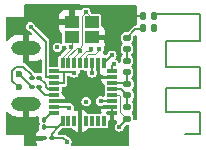
<source format=gtl>
G04 #@! TF.GenerationSoftware,KiCad,Pcbnew,8.0.9-8.0.9-0~ubuntu22.04.1*
G04 #@! TF.CreationDate,2025-06-17T17:41:38-06:00*
G04 #@! TF.ProjectId,dongle,646f6e67-6c65-42e6-9b69-6361645f7063,rev?*
G04 #@! TF.SameCoordinates,Original*
G04 #@! TF.FileFunction,Copper,L1,Top*
G04 #@! TF.FilePolarity,Positive*
%FSLAX46Y46*%
G04 Gerber Fmt 4.6, Leading zero omitted, Abs format (unit mm)*
G04 Created by KiCad (PCBNEW 8.0.9-8.0.9-0~ubuntu22.04.1) date 2025-06-17 17:41:38*
%MOMM*%
%LPD*%
G01*
G04 APERTURE LIST*
G04 Aperture macros list*
%AMRoundRect*
0 Rectangle with rounded corners*
0 $1 Rounding radius*
0 $2 $3 $4 $5 $6 $7 $8 $9 X,Y pos of 4 corners*
0 Add a 4 corners polygon primitive as box body*
4,1,4,$2,$3,$4,$5,$6,$7,$8,$9,$2,$3,0*
0 Add four circle primitives for the rounded corners*
1,1,$1+$1,$2,$3*
1,1,$1+$1,$4,$5*
1,1,$1+$1,$6,$7*
1,1,$1+$1,$8,$9*
0 Add four rect primitives between the rounded corners*
20,1,$1+$1,$2,$3,$4,$5,0*
20,1,$1+$1,$4,$5,$6,$7,0*
20,1,$1+$1,$6,$7,$8,$9,0*
20,1,$1+$1,$8,$9,$2,$3,0*%
G04 Aperture macros list end*
G04 #@! TA.AperFunction,EtchedComponent*
%ADD10C,0.200000*%
G04 #@! TD*
G04 #@! TA.AperFunction,SMDPad,CuDef*
%ADD11RoundRect,0.147500X-0.147500X-0.172500X0.147500X-0.172500X0.147500X0.172500X-0.147500X0.172500X0*%
G04 #@! TD*
G04 #@! TA.AperFunction,SMDPad,CuDef*
%ADD12R,0.850000X0.300000*%
G04 #@! TD*
G04 #@! TA.AperFunction,SMDPad,CuDef*
%ADD13R,0.300000X0.850000*%
G04 #@! TD*
G04 #@! TA.AperFunction,SMDPad,CuDef*
%ADD14RoundRect,0.100000X0.100000X-0.130000X0.100000X0.130000X-0.100000X0.130000X-0.100000X-0.130000X0*%
G04 #@! TD*
G04 #@! TA.AperFunction,SMDPad,CuDef*
%ADD15RoundRect,0.140000X-0.170000X0.140000X-0.170000X-0.140000X0.170000X-0.140000X0.170000X0.140000X0*%
G04 #@! TD*
G04 #@! TA.AperFunction,SMDPad,CuDef*
%ADD16RoundRect,0.100000X0.130000X0.100000X-0.130000X0.100000X-0.130000X-0.100000X0.130000X-0.100000X0*%
G04 #@! TD*
G04 #@! TA.AperFunction,SMDPad,CuDef*
%ADD17RoundRect,0.147500X-0.172500X0.147500X-0.172500X-0.147500X0.172500X-0.147500X0.172500X0.147500X0*%
G04 #@! TD*
G04 #@! TA.AperFunction,SMDPad,CuDef*
%ADD18RoundRect,0.100000X-0.130000X-0.100000X0.130000X-0.100000X0.130000X0.100000X-0.130000X0.100000X0*%
G04 #@! TD*
G04 #@! TA.AperFunction,SMDPad,CuDef*
%ADD19R,1.200000X1.000000*%
G04 #@! TD*
G04 #@! TA.AperFunction,SMDPad,CuDef*
%ADD20RoundRect,0.140000X0.140000X0.170000X-0.140000X0.170000X-0.140000X-0.170000X0.140000X-0.170000X0*%
G04 #@! TD*
G04 #@! TA.AperFunction,SMDPad,CuDef*
%ADD21RoundRect,0.050000X-0.050000X0.050000X-0.050000X-0.050000X0.050000X-0.050000X0.050000X0.050000X0*%
G04 #@! TD*
G04 #@! TA.AperFunction,ComponentPad*
%ADD22O,2.500000X1.200000*%
G04 #@! TD*
G04 #@! TA.AperFunction,ViaPad*
%ADD23C,0.400000*%
G04 #@! TD*
G04 #@! TA.AperFunction,ViaPad*
%ADD24C,0.600000*%
G04 #@! TD*
G04 #@! TA.AperFunction,Conductor*
%ADD25C,0.120000*%
G04 #@! TD*
G04 #@! TA.AperFunction,Conductor*
%ADD26C,0.150000*%
G04 #@! TD*
G04 #@! TA.AperFunction,Conductor*
%ADD27C,0.200000*%
G04 #@! TD*
G04 #@! TA.AperFunction,Conductor*
%ADD28C,0.100000*%
G04 #@! TD*
G04 APERTURE END LIST*
D10*
X153080002Y-89600002D02*
X156930002Y-89600002D01*
X154030002Y-91900002D02*
X154030002Y-94100002D01*
X154030002Y-94100002D02*
X156930002Y-94100002D01*
X154030002Y-95900002D02*
X154030002Y-97900002D01*
X154030002Y-97900002D02*
X156930002Y-97900002D01*
X156930002Y-89600002D02*
X156930002Y-91900002D01*
X156930002Y-91900002D02*
X154030002Y-91900002D01*
X156930002Y-94100002D02*
X156930002Y-95900002D01*
X156930002Y-95900002D02*
X154030002Y-95900002D01*
X156930002Y-97900002D02*
X156930002Y-99800002D01*
X156930002Y-99800002D02*
X155630002Y-99800002D01*
D11*
X152065000Y-89800000D03*
X153035000Y-89800000D03*
D12*
X144550000Y-94475000D03*
X144550000Y-94975000D03*
X144550000Y-95475000D03*
X144550000Y-95975000D03*
X144550000Y-96475000D03*
X144550000Y-96975000D03*
X144550000Y-97475000D03*
X144550000Y-97975000D03*
D13*
X145250000Y-98675000D03*
X145750000Y-98675000D03*
X146250000Y-98675000D03*
X146750000Y-98675000D03*
X147250000Y-98675000D03*
X147750000Y-98675000D03*
X148250000Y-98675000D03*
X148750000Y-98675000D03*
D12*
X149450000Y-97975000D03*
X149450000Y-97475000D03*
X149450000Y-96975000D03*
X149450000Y-96475000D03*
X149450000Y-95975000D03*
X149450000Y-95475000D03*
X149450000Y-94975000D03*
X149450000Y-94475000D03*
D13*
X148750000Y-93775000D03*
X148250000Y-93775000D03*
X147750000Y-93775000D03*
X147250000Y-93775000D03*
X146750000Y-93775000D03*
X146250000Y-93775000D03*
X145750000Y-93775000D03*
X145250000Y-93775000D03*
D14*
X143675002Y-99195000D03*
X143674998Y-98555000D03*
D15*
X150700000Y-91625000D03*
X150700000Y-92584998D03*
D16*
X144319998Y-100124997D03*
X143680002Y-100125003D03*
D17*
X150750000Y-95540000D03*
X150750000Y-96510000D03*
D18*
X142655000Y-95000000D03*
X143295000Y-95000000D03*
D19*
X146050000Y-91599998D03*
X147750000Y-91599998D03*
X147750000Y-90299998D03*
X146050000Y-90299998D03*
D17*
X150725000Y-97515000D03*
X150725000Y-98485000D03*
D18*
X142654999Y-95799999D03*
X143295001Y-95800001D03*
D20*
X153030000Y-90825000D03*
X152070000Y-90825000D03*
D21*
X153080002Y-89600002D03*
D17*
X150700000Y-93565000D03*
X150700000Y-94535000D03*
D22*
X142163495Y-97199998D03*
X142163504Y-92499997D03*
D23*
X151300000Y-92100000D03*
X145175000Y-99650000D03*
X148800000Y-89475000D03*
X151325000Y-98025000D03*
X146725000Y-92775000D03*
X149450000Y-100175000D03*
X144100000Y-89475000D03*
X141500000Y-99025000D03*
X146925000Y-94525000D03*
X151125000Y-89800000D03*
X148950000Y-91875000D03*
X151350000Y-96025000D03*
X141550000Y-90750000D03*
X142750000Y-99650000D03*
X151325000Y-94050000D03*
X148125000Y-100175000D03*
X150075000Y-89800000D03*
X146200000Y-94600000D03*
X148475000Y-96975000D03*
X145625000Y-100425000D03*
X147750000Y-94600000D03*
X149600000Y-93875000D03*
X150075000Y-99175000D03*
X145825000Y-97550000D03*
D24*
X141550000Y-95825000D03*
X141575000Y-94675000D03*
D23*
X144825000Y-92425000D03*
X147250000Y-97025000D03*
X147225000Y-89475000D03*
X147675000Y-92550000D03*
X149425000Y-93100000D03*
X142550000Y-90675000D03*
X148350000Y-92550000D03*
X145990000Y-92409998D03*
D25*
X146250000Y-93775000D02*
X146250000Y-93274904D01*
D26*
X148675000Y-94975000D02*
X148375000Y-94675000D01*
D27*
X149450000Y-97975000D02*
X149450000Y-97475000D01*
X152065000Y-89800000D02*
X151150000Y-89800000D01*
D25*
X146250000Y-93274904D02*
X146674952Y-92849952D01*
D26*
X149450000Y-94975000D02*
X148675000Y-94975000D01*
D27*
X143825001Y-95530001D02*
X143295000Y-95000000D01*
X144025000Y-95975000D02*
X143825001Y-95775001D01*
X144700000Y-95975000D02*
X144025000Y-95975000D01*
X143825001Y-95775001D02*
X143825001Y-95530001D01*
X145324997Y-100124997D02*
X145600000Y-100400000D01*
X144319998Y-100124997D02*
X144319998Y-99755002D01*
X144319998Y-100124997D02*
X145324997Y-100124997D01*
X144750000Y-94525000D02*
X145400000Y-94525000D01*
X145350000Y-95475000D02*
X145350000Y-94575000D01*
X149450000Y-93975000D02*
X149575000Y-93850000D01*
X144700000Y-94475000D02*
X144750000Y-94525000D01*
X149450000Y-96975000D02*
X148475000Y-96975000D01*
X149450000Y-94475000D02*
X149450000Y-93975000D01*
X144705000Y-99370000D02*
X145225000Y-98850000D01*
X146100000Y-94525000D02*
X146175000Y-94600000D01*
X144319998Y-99755002D02*
X144880000Y-99195000D01*
X143675002Y-99195000D02*
X144880000Y-99195000D01*
X147750000Y-93775000D02*
X147750000Y-94600000D01*
X145350000Y-94575000D02*
X145400000Y-94525000D01*
X145400000Y-94525000D02*
X146100000Y-94525000D01*
X145350000Y-95475000D02*
X144700000Y-95475000D01*
D25*
X150135000Y-96565000D02*
X150045000Y-96475000D01*
D27*
X150750000Y-98485000D02*
X150740000Y-98485000D01*
D25*
X150135000Y-97895000D02*
X150135000Y-96565000D01*
X150045000Y-96475000D02*
X149450000Y-96475000D01*
D27*
X150740000Y-98485000D02*
X150075000Y-99150000D01*
D25*
X150725000Y-98485000D02*
X150135000Y-97895000D01*
D27*
X150725000Y-96535000D02*
X150750000Y-96510000D01*
X150725000Y-97515000D02*
X150725000Y-96535000D01*
X150750000Y-96510000D02*
X150215000Y-95975000D01*
X150215000Y-95975000D02*
X149450000Y-95975000D01*
X150750000Y-94585000D02*
X150700000Y-94535000D01*
X150750000Y-95540000D02*
X150750000Y-94585000D01*
X150685000Y-95475000D02*
X150750000Y-95540000D01*
X149450000Y-95475000D02*
X150685000Y-95475000D01*
X143770001Y-96475000D02*
X143295001Y-96000000D01*
X144700000Y-96475000D02*
X143770001Y-96475000D01*
X143295001Y-96000000D02*
X143295001Y-95800001D01*
X144700000Y-97975000D02*
X144254998Y-97975000D01*
X144254998Y-97975000D02*
X143674998Y-98555000D01*
X145825000Y-97550000D02*
X145750000Y-97475000D01*
X145750000Y-97475000D02*
X144550000Y-97475000D01*
X150700000Y-93565000D02*
X150700000Y-92584998D01*
X151400000Y-90925000D02*
X151970000Y-90925000D01*
X150700000Y-91625000D02*
X151400000Y-90925000D01*
X151970000Y-90925000D02*
X152070000Y-90825000D01*
X141326471Y-94075000D02*
X140975000Y-94426471D01*
X141929999Y-94075000D02*
X141326471Y-94075000D01*
X140975000Y-94426471D02*
X140975000Y-95250000D01*
X140975000Y-95250000D02*
X141550000Y-95825000D01*
X142655000Y-95000000D02*
X142655000Y-94800001D01*
X142655000Y-94800001D02*
X141929999Y-94075000D01*
X142654999Y-95799999D02*
X141575000Y-94720000D01*
X141575000Y-94720000D02*
X141575000Y-94675000D01*
D28*
X146900000Y-89775000D02*
X147225000Y-89450000D01*
X145750000Y-93775000D02*
X145750000Y-93200000D01*
X146900000Y-92250000D02*
X146900000Y-89775000D01*
X146700000Y-92450000D02*
X146900000Y-92250000D01*
X146500000Y-92450000D02*
X146700000Y-92450000D01*
X147225000Y-89450000D02*
X147750000Y-89975000D01*
X147750000Y-89975000D02*
X147750000Y-90299998D01*
X145750000Y-93200000D02*
X146500000Y-92450000D01*
D25*
X147272452Y-92705000D02*
X147675000Y-92705000D01*
X146750000Y-93227452D02*
X147272452Y-92705000D01*
X147675000Y-92705000D02*
X147675000Y-92500000D01*
X146750000Y-93775000D02*
X146750000Y-93227452D01*
D27*
X148750000Y-93775000D02*
X149450000Y-93075000D01*
X144550000Y-94975000D02*
X143875000Y-94975000D01*
X143875000Y-94975000D02*
X143825000Y-94925000D01*
X143825000Y-94925000D02*
X143825000Y-91950000D01*
X143825000Y-91950000D02*
X142575000Y-90700000D01*
D25*
X147405000Y-93025000D02*
X148000000Y-93025000D01*
X147250000Y-93180000D02*
X147405000Y-93025000D01*
X148350000Y-92675000D02*
X148350000Y-92525000D01*
X147250000Y-93775000D02*
X147250000Y-93180000D01*
X148000000Y-93025000D02*
X148350000Y-92675000D01*
D28*
X145250000Y-93775000D02*
X145250000Y-93275000D01*
X145250000Y-93275000D02*
X146050000Y-92475000D01*
X146050000Y-92475000D02*
X146050000Y-91599998D01*
G04 #@! TA.AperFunction,Conductor*
G36*
X142413495Y-98299998D02*
G01*
X142900066Y-98299998D01*
X143071080Y-98272911D01*
X143071082Y-98272911D01*
X143112177Y-98259558D01*
X143182018Y-98257561D01*
X143241852Y-98293640D01*
X143272681Y-98356341D01*
X143274498Y-98377488D01*
X143274498Y-98729856D01*
X143274500Y-98729882D01*
X143277411Y-98754986D01*
X143308289Y-98824918D01*
X143317360Y-98894197D01*
X143308289Y-98925090D01*
X143277417Y-98995009D01*
X143274502Y-99020131D01*
X143274502Y-99369856D01*
X143274503Y-99369872D01*
X143278143Y-99401259D01*
X143266310Y-99470119D01*
X143230455Y-99513915D01*
X143122079Y-99597075D01*
X143025901Y-99722416D01*
X142965446Y-99868371D01*
X142957989Y-99925003D01*
X143556002Y-99925003D01*
X143623041Y-99944688D01*
X143668796Y-99997492D01*
X143680002Y-100049003D01*
X143680002Y-100201003D01*
X143660317Y-100268042D01*
X143607513Y-100313797D01*
X143556002Y-100325003D01*
X142957992Y-100325003D01*
X142957990Y-100325004D01*
X142965444Y-100381630D01*
X142965446Y-100381636D01*
X143025901Y-100527589D01*
X143062675Y-100575513D01*
X143087869Y-100640682D01*
X143073831Y-100709127D01*
X143025017Y-100759117D01*
X142964299Y-100775000D01*
X142099000Y-100775000D01*
X142031961Y-100755315D01*
X141986206Y-100702511D01*
X141975000Y-100651000D01*
X141975000Y-99850000D01*
X140573692Y-99850000D01*
X140506653Y-99830315D01*
X140460898Y-99777511D01*
X140449692Y-99726309D01*
X140447207Y-98729873D01*
X140445344Y-97983185D01*
X140464862Y-97916100D01*
X140517551Y-97870213D01*
X140586685Y-97860098D01*
X140650313Y-97888964D01*
X140669665Y-97909997D01*
X140674462Y-97916600D01*
X140796892Y-98039030D01*
X140936970Y-98140802D01*
X141091237Y-98219406D01*
X141255910Y-98272912D01*
X141426924Y-98299998D01*
X141913495Y-98299998D01*
X141913495Y-97649998D01*
X142413495Y-97649998D01*
X142413495Y-98299998D01*
G37*
G04 #@! TD.AperFunction*
G04 #@! TA.AperFunction,Conductor*
G36*
X148342539Y-93794685D02*
G01*
X148388294Y-93847489D01*
X148399500Y-93899000D01*
X148399500Y-94220747D01*
X148400000Y-94230915D01*
X148400000Y-94568192D01*
X148391189Y-94598196D01*
X148398977Y-94615914D01*
X148400000Y-94631807D01*
X148400000Y-94700000D01*
X148401000Y-94700000D01*
X148468039Y-94719685D01*
X148513794Y-94772489D01*
X148525000Y-94824000D01*
X148525000Y-94825000D01*
X148994084Y-94825000D01*
X149004262Y-94825500D01*
X149326000Y-94825500D01*
X149393039Y-94845185D01*
X149438794Y-94897989D01*
X149450000Y-94949500D01*
X149450000Y-95000500D01*
X149430315Y-95067539D01*
X149377511Y-95113294D01*
X149326000Y-95124500D01*
X149004262Y-95124500D01*
X148994084Y-95125000D01*
X148525000Y-95125000D01*
X148525000Y-95172844D01*
X148531401Y-95232372D01*
X148531403Y-95232379D01*
X148581645Y-95367086D01*
X148581649Y-95367093D01*
X148667809Y-95482187D01*
X148667812Y-95482190D01*
X148775950Y-95563143D01*
X148817821Y-95619077D01*
X148822428Y-95638950D01*
X148823312Y-95638775D01*
X148835651Y-95700810D01*
X148835651Y-95749190D01*
X148826645Y-95794470D01*
X148824500Y-95805252D01*
X148824500Y-96144748D01*
X148825983Y-96152205D01*
X148835651Y-96200810D01*
X148835651Y-96249190D01*
X148824500Y-96305252D01*
X148824500Y-96501238D01*
X148804815Y-96568277D01*
X148752011Y-96614032D01*
X148682853Y-96623976D01*
X148644205Y-96611723D01*
X148600300Y-96589352D01*
X148475003Y-96569508D01*
X148474997Y-96569508D01*
X148349699Y-96589352D01*
X148349698Y-96589352D01*
X148281747Y-96623976D01*
X148236658Y-96646950D01*
X148236657Y-96646951D01*
X148236652Y-96646954D01*
X148146954Y-96736652D01*
X148146951Y-96736657D01*
X148089352Y-96849698D01*
X148089352Y-96849699D01*
X148069508Y-96974996D01*
X148069508Y-96975003D01*
X148089352Y-97100300D01*
X148089352Y-97100301D01*
X148101937Y-97125000D01*
X148146950Y-97213342D01*
X148146952Y-97213344D01*
X148146954Y-97213347D01*
X148236652Y-97303045D01*
X148236654Y-97303046D01*
X148236658Y-97303050D01*
X148349696Y-97360646D01*
X148349697Y-97360646D01*
X148349699Y-97360647D01*
X148477156Y-97380834D01*
X148487410Y-97378527D01*
X148600300Y-97360647D01*
X148600301Y-97360647D01*
X148600302Y-97360646D01*
X148600304Y-97360646D01*
X148643738Y-97338514D01*
X148700033Y-97325000D01*
X148994084Y-97325000D01*
X149004262Y-97325500D01*
X149005252Y-97325500D01*
X149326000Y-97325500D01*
X149393039Y-97345185D01*
X149438794Y-97397989D01*
X149450000Y-97449500D01*
X149450000Y-97501000D01*
X149430315Y-97568039D01*
X149377511Y-97613794D01*
X149326000Y-97625000D01*
X148525000Y-97625000D01*
X148525000Y-97672835D01*
X148529183Y-97711748D01*
X148529183Y-97738252D01*
X148525000Y-97777164D01*
X148525000Y-97825000D01*
X148542332Y-97842332D01*
X148575817Y-97903655D01*
X148570833Y-97973347D01*
X148528961Y-98029280D01*
X148463497Y-98053697D01*
X148430460Y-98051630D01*
X148419752Y-98049500D01*
X148419748Y-98049500D01*
X148080252Y-98049500D01*
X148024190Y-98060651D01*
X147975810Y-98060651D01*
X147919748Y-98049500D01*
X147580252Y-98049500D01*
X147524190Y-98060651D01*
X147475810Y-98060651D01*
X147413775Y-98048312D01*
X147414307Y-98045632D01*
X147360426Y-98023848D01*
X147338143Y-98000950D01*
X147257190Y-97892812D01*
X147257187Y-97892809D01*
X147142093Y-97806649D01*
X147142086Y-97806645D01*
X147007379Y-97756403D01*
X147007372Y-97756401D01*
X146947844Y-97750000D01*
X146900000Y-97750000D01*
X146900000Y-98219084D01*
X146899500Y-98229262D01*
X146899500Y-99120747D01*
X146900000Y-99130915D01*
X146900000Y-99600000D01*
X146947828Y-99600000D01*
X146947844Y-99599999D01*
X147007372Y-99593598D01*
X147007379Y-99593596D01*
X147142086Y-99543354D01*
X147142093Y-99543350D01*
X147257186Y-99457190D01*
X147338142Y-99349049D01*
X147394076Y-99307178D01*
X147413952Y-99302589D01*
X147413773Y-99301689D01*
X147475808Y-99289349D01*
X147524192Y-99289349D01*
X147580249Y-99300500D01*
X147580252Y-99300500D01*
X147919750Y-99300500D01*
X147975808Y-99289349D01*
X148024192Y-99289349D01*
X148080249Y-99300500D01*
X148080252Y-99300500D01*
X148419750Y-99300500D01*
X148475808Y-99289349D01*
X148524192Y-99289349D01*
X148580249Y-99300500D01*
X148580252Y-99300500D01*
X148919750Y-99300500D01*
X148919751Y-99300499D01*
X148934568Y-99297552D01*
X148978229Y-99288868D01*
X148978229Y-99288867D01*
X148978231Y-99288867D01*
X149044552Y-99244552D01*
X149088867Y-99178231D01*
X149088867Y-99178229D01*
X149088868Y-99178229D01*
X149100499Y-99119752D01*
X149100500Y-99119750D01*
X149100500Y-98749000D01*
X149120185Y-98681961D01*
X149172989Y-98636206D01*
X149224500Y-98625000D01*
X149300000Y-98625000D01*
X149300000Y-98125000D01*
X149111428Y-98125000D01*
X149044389Y-98105315D01*
X149042536Y-98104101D01*
X148968076Y-98054347D01*
X148969679Y-98051946D01*
X148929688Y-98019718D01*
X148907625Y-97953423D01*
X148924906Y-97885724D01*
X148976044Y-97838115D01*
X149031546Y-97825000D01*
X149326000Y-97825000D01*
X149393039Y-97844685D01*
X149438794Y-97897489D01*
X149450000Y-97949000D01*
X149450000Y-97975000D01*
X149476000Y-97975000D01*
X149543039Y-97994685D01*
X149588794Y-98047489D01*
X149600000Y-98099000D01*
X149600000Y-98625000D01*
X149760513Y-98625000D01*
X149827552Y-98644685D01*
X149873307Y-98697489D01*
X149883251Y-98766647D01*
X149854226Y-98830203D01*
X149843529Y-98840020D01*
X149843558Y-98840049D01*
X149746954Y-98936652D01*
X149746951Y-98936657D01*
X149689352Y-99049698D01*
X149689352Y-99049699D01*
X149669508Y-99174996D01*
X149669508Y-99175003D01*
X149689352Y-99300300D01*
X149689352Y-99300301D01*
X149707805Y-99336517D01*
X149746950Y-99413342D01*
X149746952Y-99413344D01*
X149746954Y-99413347D01*
X149836652Y-99503045D01*
X149836654Y-99503046D01*
X149836658Y-99503050D01*
X149949696Y-99560646D01*
X149949697Y-99560646D01*
X149949699Y-99560647D01*
X150074997Y-99580492D01*
X150075000Y-99580492D01*
X150075003Y-99580492D01*
X150200300Y-99560647D01*
X150200301Y-99560647D01*
X150200302Y-99560646D01*
X150200304Y-99560646D01*
X150313342Y-99503050D01*
X150403050Y-99413342D01*
X150460646Y-99300304D01*
X150460646Y-99300302D01*
X150460647Y-99300301D01*
X150460647Y-99300300D01*
X150475229Y-99208233D01*
X150505158Y-99145098D01*
X150510001Y-99139968D01*
X150633153Y-99016817D01*
X150694475Y-98983334D01*
X150720833Y-98980500D01*
X150751000Y-98980500D01*
X150818039Y-99000185D01*
X150863794Y-99052989D01*
X150875000Y-99104500D01*
X150875000Y-100651000D01*
X150855315Y-100718039D01*
X150802511Y-100763794D01*
X150751000Y-100775000D01*
X146098507Y-100775000D01*
X146031468Y-100755315D01*
X145985713Y-100702511D01*
X145975769Y-100633353D01*
X145988022Y-100594705D01*
X145997801Y-100575513D01*
X146010646Y-100550304D01*
X146010646Y-100550302D01*
X146010647Y-100550301D01*
X146010647Y-100550300D01*
X146030492Y-100425003D01*
X146030492Y-100424996D01*
X146010647Y-100299699D01*
X146010647Y-100299698D01*
X145994517Y-100268042D01*
X145953050Y-100186658D01*
X145953046Y-100186654D01*
X145953045Y-100186652D01*
X145863347Y-100096954D01*
X145863344Y-100096952D01*
X145863342Y-100096950D01*
X145750304Y-100039354D01*
X145750303Y-100039353D01*
X145750300Y-100039352D01*
X145687937Y-100029475D01*
X145624802Y-99999545D01*
X145619654Y-99994683D01*
X145509509Y-99884538D01*
X145509501Y-99884532D01*
X145440992Y-99844979D01*
X145440987Y-99844976D01*
X145415510Y-99838149D01*
X145364559Y-99824497D01*
X145364557Y-99824497D01*
X144974836Y-99824497D01*
X144907797Y-99804812D01*
X144862042Y-99752008D01*
X144852098Y-99682850D01*
X144881123Y-99619294D01*
X144887155Y-99612816D01*
X145163152Y-99336819D01*
X145224475Y-99303334D01*
X145250833Y-99300500D01*
X145419750Y-99300500D01*
X145475808Y-99289349D01*
X145524192Y-99289349D01*
X145580249Y-99300500D01*
X145580252Y-99300500D01*
X145919750Y-99300500D01*
X145975808Y-99289349D01*
X146024192Y-99289349D01*
X146086227Y-99301689D01*
X146085686Y-99304405D01*
X146139416Y-99326027D01*
X146161856Y-99349048D01*
X146242812Y-99457190D01*
X146357906Y-99543350D01*
X146357913Y-99543354D01*
X146492620Y-99593596D01*
X146492627Y-99593598D01*
X146552155Y-99599999D01*
X146552172Y-99600000D01*
X146600000Y-99600000D01*
X146600000Y-99130915D01*
X146600500Y-99120747D01*
X146600500Y-98229262D01*
X146600000Y-98219084D01*
X146600000Y-97750000D01*
X146552155Y-97750000D01*
X146492627Y-97756401D01*
X146492616Y-97756403D01*
X146378328Y-97799030D01*
X146308636Y-97804014D01*
X146247314Y-97770528D01*
X146213829Y-97709205D01*
X146212523Y-97663450D01*
X146215486Y-97644748D01*
X146230492Y-97550000D01*
X146230492Y-97549996D01*
X146210647Y-97424699D01*
X146210647Y-97424698D01*
X146210646Y-97424696D01*
X146153050Y-97311658D01*
X146153046Y-97311654D01*
X146153045Y-97311652D01*
X146063347Y-97221954D01*
X146063344Y-97221952D01*
X146063342Y-97221950D01*
X145950304Y-97164354D01*
X145950303Y-97164353D01*
X145950300Y-97164352D01*
X145825003Y-97144508D01*
X145824998Y-97144508D01*
X145699697Y-97164353D01*
X145690412Y-97167370D01*
X145689637Y-97164986D01*
X145650013Y-97174500D01*
X145575862Y-97174500D01*
X145508823Y-97154815D01*
X145488181Y-97138181D01*
X145475000Y-97125000D01*
X145005916Y-97125000D01*
X144995738Y-97124500D01*
X144994748Y-97124500D01*
X144674000Y-97124500D01*
X144606961Y-97104815D01*
X144561206Y-97052011D01*
X144555329Y-97024996D01*
X146844508Y-97024996D01*
X146844508Y-97025003D01*
X146864352Y-97150300D01*
X146864352Y-97150301D01*
X146879713Y-97180448D01*
X146921950Y-97263342D01*
X146921952Y-97263344D01*
X146921954Y-97263347D01*
X147011652Y-97353045D01*
X147011654Y-97353046D01*
X147011658Y-97353050D01*
X147124696Y-97410646D01*
X147124697Y-97410646D01*
X147124699Y-97410647D01*
X147249997Y-97430492D01*
X147250000Y-97430492D01*
X147250003Y-97430492D01*
X147375300Y-97410647D01*
X147375301Y-97410647D01*
X147375302Y-97410646D01*
X147375304Y-97410646D01*
X147488342Y-97353050D01*
X147578050Y-97263342D01*
X147635646Y-97150304D01*
X147635646Y-97150302D01*
X147635647Y-97150301D01*
X147635647Y-97150300D01*
X147655492Y-97025003D01*
X147655492Y-97024996D01*
X147635647Y-96899699D01*
X147635647Y-96899698D01*
X147616699Y-96862511D01*
X147578050Y-96786658D01*
X147578046Y-96786654D01*
X147578045Y-96786652D01*
X147488347Y-96696954D01*
X147488344Y-96696952D01*
X147488342Y-96696950D01*
X147375304Y-96639354D01*
X147375303Y-96639353D01*
X147375300Y-96639352D01*
X147250003Y-96619508D01*
X147249997Y-96619508D01*
X147124699Y-96639352D01*
X147124698Y-96639352D01*
X147055718Y-96674500D01*
X147011658Y-96696950D01*
X147011657Y-96696951D01*
X147011652Y-96696954D01*
X146921954Y-96786652D01*
X146921951Y-96786657D01*
X146864352Y-96899698D01*
X146864352Y-96899699D01*
X146844508Y-97024996D01*
X144555329Y-97024996D01*
X144550000Y-97000500D01*
X144550000Y-96949500D01*
X144569685Y-96882461D01*
X144622489Y-96836706D01*
X144674000Y-96825500D01*
X144995738Y-96825500D01*
X145005916Y-96825000D01*
X145475000Y-96825000D01*
X145475000Y-96777172D01*
X145474999Y-96777155D01*
X145468598Y-96717627D01*
X145468596Y-96717620D01*
X145418354Y-96582913D01*
X145418350Y-96582906D01*
X145332190Y-96467812D01*
X145224048Y-96386856D01*
X145182178Y-96330922D01*
X145177587Y-96311048D01*
X145176689Y-96311227D01*
X145164349Y-96249192D01*
X145164349Y-96200808D01*
X145175500Y-96144750D01*
X145175500Y-95899500D01*
X145195185Y-95832461D01*
X145247989Y-95786706D01*
X145299500Y-95775500D01*
X145389560Y-95775500D01*
X145389562Y-95775500D01*
X145465989Y-95755021D01*
X145534511Y-95715460D01*
X145590460Y-95659511D01*
X145630021Y-95590989D01*
X145650500Y-95514562D01*
X145650500Y-94949500D01*
X145670185Y-94882461D01*
X145722989Y-94836706D01*
X145774500Y-94825500D01*
X145807746Y-94825500D01*
X145874785Y-94845185D01*
X145895422Y-94861814D01*
X145961658Y-94928050D01*
X146074696Y-94985646D01*
X146074697Y-94985646D01*
X146074699Y-94985647D01*
X146199997Y-95005492D01*
X146200000Y-95005492D01*
X146200003Y-95005492D01*
X146325300Y-94985647D01*
X146325301Y-94985647D01*
X146325302Y-94985646D01*
X146325304Y-94985646D01*
X146438342Y-94928050D01*
X146528050Y-94838342D01*
X146585646Y-94725304D01*
X146585647Y-94725294D01*
X146588662Y-94716020D01*
X146591026Y-94716788D01*
X146614885Y-94666433D01*
X146635836Y-94649800D01*
X146634989Y-94648669D01*
X146757186Y-94557190D01*
X146838142Y-94449049D01*
X146894076Y-94407178D01*
X146913952Y-94402589D01*
X146913773Y-94401689D01*
X146975808Y-94389349D01*
X147024192Y-94389349D01*
X147080249Y-94400500D01*
X147080252Y-94400500D01*
X147230920Y-94400500D01*
X147297959Y-94420185D01*
X147343714Y-94472989D01*
X147353658Y-94542147D01*
X147353393Y-94543897D01*
X147344508Y-94599996D01*
X147344508Y-94600003D01*
X147364352Y-94725300D01*
X147364352Y-94725301D01*
X147364354Y-94725304D01*
X147421950Y-94838342D01*
X147421952Y-94838344D01*
X147421954Y-94838347D01*
X147511652Y-94928045D01*
X147511654Y-94928046D01*
X147511658Y-94928050D01*
X147624696Y-94985646D01*
X147624697Y-94985646D01*
X147624699Y-94985647D01*
X147749997Y-95005492D01*
X147750000Y-95005492D01*
X147750003Y-95005492D01*
X147875300Y-94985647D01*
X147875301Y-94985647D01*
X147875302Y-94985646D01*
X147875304Y-94985646D01*
X147988342Y-94928050D01*
X148078050Y-94838342D01*
X148135646Y-94725304D01*
X148135646Y-94725302D01*
X148135647Y-94725301D01*
X148135647Y-94725300D01*
X148153527Y-94612410D01*
X148157543Y-94603937D01*
X148157023Y-94603127D01*
X148153527Y-94587590D01*
X148135647Y-94474698D01*
X148135646Y-94474695D01*
X148113515Y-94431260D01*
X148100000Y-94374966D01*
X148100000Y-94230915D01*
X148100500Y-94220747D01*
X148100500Y-93899000D01*
X148120185Y-93831961D01*
X148172989Y-93786206D01*
X148224500Y-93775000D01*
X148275500Y-93775000D01*
X148342539Y-93794685D01*
G37*
G04 #@! TD.AperFunction*
G04 #@! TA.AperFunction,Conductor*
G36*
X151444334Y-91408151D02*
G01*
X151500268Y-91450022D01*
X151524684Y-91515487D01*
X151525000Y-91524332D01*
X151525000Y-98482923D01*
X151505315Y-98549962D01*
X151468859Y-98586707D01*
X151437359Y-98607303D01*
X151370476Y-98627515D01*
X151303284Y-98608359D01*
X151257115Y-98555917D01*
X151245500Y-98503519D01*
X151245500Y-98304477D01*
X151245500Y-98304472D01*
X151235645Y-98236830D01*
X151184636Y-98132489D01*
X151184634Y-98132487D01*
X151184634Y-98132486D01*
X151139829Y-98087681D01*
X151106344Y-98026358D01*
X151111328Y-97956666D01*
X151139829Y-97912319D01*
X151184634Y-97867513D01*
X151184636Y-97867511D01*
X151235645Y-97763170D01*
X151245500Y-97695528D01*
X151245500Y-97334472D01*
X151235645Y-97266830D01*
X151184636Y-97162489D01*
X151184634Y-97162487D01*
X151184634Y-97162486D01*
X151134829Y-97112681D01*
X151101344Y-97051358D01*
X151106328Y-96981666D01*
X151134829Y-96937319D01*
X151209634Y-96862513D01*
X151209636Y-96862511D01*
X151260645Y-96758170D01*
X151270500Y-96690528D01*
X151270500Y-96329472D01*
X151260645Y-96261830D01*
X151209636Y-96157489D01*
X151209634Y-96157487D01*
X151209634Y-96157486D01*
X151164829Y-96112681D01*
X151131344Y-96051358D01*
X151136328Y-95981666D01*
X151164829Y-95937319D01*
X151209634Y-95892513D01*
X151209636Y-95892511D01*
X151260645Y-95788170D01*
X151270500Y-95720528D01*
X151270500Y-95359472D01*
X151260645Y-95291830D01*
X151209636Y-95187489D01*
X151209634Y-95187487D01*
X151209634Y-95187486D01*
X151122328Y-95100180D01*
X151088843Y-95038857D01*
X151093827Y-94969165D01*
X151122328Y-94924818D01*
X151159636Y-94887511D01*
X151210645Y-94783170D01*
X151220500Y-94715528D01*
X151220500Y-94354472D01*
X151210645Y-94286830D01*
X151159636Y-94182489D01*
X151159634Y-94182487D01*
X151159634Y-94182486D01*
X151114829Y-94137681D01*
X151081344Y-94076358D01*
X151086328Y-94006666D01*
X151114829Y-93962319D01*
X151159634Y-93917513D01*
X151159636Y-93917511D01*
X151210645Y-93813170D01*
X151220500Y-93745528D01*
X151220500Y-93384472D01*
X151210645Y-93316830D01*
X151159636Y-93212489D01*
X151159634Y-93212487D01*
X151159634Y-93212486D01*
X151099524Y-93152376D01*
X151066039Y-93091053D01*
X151071023Y-93021361D01*
X151099524Y-92977014D01*
X151120874Y-92955664D01*
X151153224Y-92923314D01*
X151203972Y-92814485D01*
X151210500Y-92764899D01*
X151210499Y-92405098D01*
X151203972Y-92355511D01*
X151153224Y-92246682D01*
X151099222Y-92192680D01*
X151065737Y-92131357D01*
X151070721Y-92061665D01*
X151099222Y-92017318D01*
X151153224Y-91963316D01*
X151203972Y-91854487D01*
X151210500Y-91804901D01*
X151210499Y-91590832D01*
X151230183Y-91523793D01*
X151246809Y-91503160D01*
X151313321Y-91436648D01*
X151374643Y-91403166D01*
X151444334Y-91408151D01*
G37*
G04 #@! TD.AperFunction*
G04 #@! TA.AperFunction,Conductor*
G36*
X142413504Y-93599997D02*
G01*
X142900075Y-93599997D01*
X143071088Y-93572911D01*
X143235763Y-93519404D01*
X143344204Y-93464150D01*
X143412873Y-93451253D01*
X143477614Y-93477529D01*
X143517872Y-93534635D01*
X143524500Y-93574634D01*
X143524500Y-94475500D01*
X143504815Y-94542539D01*
X143452011Y-94588294D01*
X143400500Y-94599500D01*
X143120143Y-94599500D01*
X143120117Y-94599502D01*
X143095012Y-94602413D01*
X143095011Y-94602414D01*
X143025214Y-94633232D01*
X142955936Y-94642303D01*
X142892751Y-94612479D01*
X142887448Y-94607478D01*
X142114511Y-93834541D01*
X142114503Y-93834535D01*
X142097690Y-93824828D01*
X142097686Y-93824827D01*
X142045990Y-93794980D01*
X142045987Y-93794978D01*
X142045988Y-93794978D01*
X141995177Y-93781363D01*
X141935517Y-93744997D01*
X141904989Y-93682149D01*
X141913286Y-93612774D01*
X141913504Y-93612451D01*
X141913504Y-92949997D01*
X142413504Y-92949997D01*
X142413504Y-93599997D01*
G37*
G04 #@! TD.AperFunction*
G04 #@! TA.AperFunction,Conductor*
G36*
X151401325Y-88824676D02*
G01*
X151468312Y-88844536D01*
X151513929Y-88897460D01*
X151525000Y-88948676D01*
X151525000Y-90500500D01*
X151505315Y-90567539D01*
X151452511Y-90613294D01*
X151401000Y-90624500D01*
X151360438Y-90624500D01*
X151293039Y-90642559D01*
X151284007Y-90644980D01*
X151232014Y-90674999D01*
X151215492Y-90684537D01*
X151215487Y-90684541D01*
X150791846Y-91108181D01*
X150730523Y-91141666D01*
X150704166Y-91144500D01*
X150490105Y-91144500D01*
X150474386Y-91146569D01*
X150440513Y-91151028D01*
X150440511Y-91151029D01*
X150440509Y-91151029D01*
X150331683Y-91201776D01*
X150246776Y-91286683D01*
X150196027Y-91395514D01*
X150189500Y-91445097D01*
X150189500Y-91804894D01*
X150189501Y-91804900D01*
X150196028Y-91854487D01*
X150196029Y-91854489D01*
X150196029Y-91854490D01*
X150246776Y-91963316D01*
X150300778Y-92017318D01*
X150334263Y-92078641D01*
X150329279Y-92148333D01*
X150300778Y-92192680D01*
X150246776Y-92246681D01*
X150196027Y-92355512D01*
X150189500Y-92405095D01*
X150189500Y-92764892D01*
X150189501Y-92764898D01*
X150196028Y-92814485D01*
X150196029Y-92814487D01*
X150196029Y-92814488D01*
X150246776Y-92923314D01*
X150300476Y-92977014D01*
X150333961Y-93038337D01*
X150328977Y-93108029D01*
X150300476Y-93152376D01*
X150240365Y-93212486D01*
X150189355Y-93316828D01*
X150186539Y-93336156D01*
X150179500Y-93384472D01*
X150179500Y-93384477D01*
X150179500Y-93613659D01*
X150159815Y-93680698D01*
X150107011Y-93726453D01*
X150037853Y-93736397D01*
X149974297Y-93707372D01*
X149945016Y-93669955D01*
X149939374Y-93658882D01*
X149928050Y-93636658D01*
X149928047Y-93636655D01*
X149928045Y-93636652D01*
X149838347Y-93546954D01*
X149838344Y-93546952D01*
X149838342Y-93546950D01*
X149794838Y-93524783D01*
X149744044Y-93476810D01*
X149727249Y-93408989D01*
X149749787Y-93342854D01*
X149750818Y-93341413D01*
X149753043Y-93338348D01*
X149753050Y-93338342D01*
X149810646Y-93225304D01*
X149810646Y-93225302D01*
X149810647Y-93225301D01*
X149810647Y-93225300D01*
X149830492Y-93100003D01*
X149830492Y-93099996D01*
X149810647Y-92974699D01*
X149810647Y-92974698D01*
X149810646Y-92974696D01*
X149753050Y-92861658D01*
X149753046Y-92861654D01*
X149753045Y-92861652D01*
X149663347Y-92771954D01*
X149663344Y-92771952D01*
X149663342Y-92771950D01*
X149550304Y-92714354D01*
X149550303Y-92714353D01*
X149550300Y-92714352D01*
X149425003Y-92694508D01*
X149424997Y-92694508D01*
X149299699Y-92714352D01*
X149299698Y-92714352D01*
X149224337Y-92752751D01*
X149186658Y-92771950D01*
X149186657Y-92771951D01*
X149186652Y-92771954D01*
X149096954Y-92861652D01*
X149096951Y-92861657D01*
X149096950Y-92861658D01*
X149067565Y-92919330D01*
X149039353Y-92974698D01*
X149033611Y-93010948D01*
X149003680Y-93074082D01*
X148944368Y-93111012D01*
X148874505Y-93110012D01*
X148816273Y-93071401D01*
X148811871Y-93065858D01*
X148757188Y-92992811D01*
X148707566Y-92955664D01*
X148665695Y-92899730D01*
X148660711Y-92830038D01*
X148675149Y-92797816D01*
X148673619Y-92797037D01*
X148678048Y-92788343D01*
X148678050Y-92788342D01*
X148735646Y-92675304D01*
X148735646Y-92675302D01*
X148735647Y-92675301D01*
X148735647Y-92675300D01*
X148755492Y-92550003D01*
X148755492Y-92549996D01*
X148743122Y-92471894D01*
X148752077Y-92402601D01*
X148766329Y-92378185D01*
X148793351Y-92342088D01*
X148843597Y-92207374D01*
X148843598Y-92207370D01*
X148849999Y-92147842D01*
X148850000Y-92147825D01*
X148850000Y-91849998D01*
X147874000Y-91849998D01*
X147806961Y-91830313D01*
X147761206Y-91777509D01*
X147750000Y-91725998D01*
X147750000Y-91473998D01*
X147769685Y-91406959D01*
X147822489Y-91361204D01*
X147874000Y-91349998D01*
X148850000Y-91349998D01*
X148850000Y-91052170D01*
X148849999Y-91052153D01*
X148843598Y-90992625D01*
X148843596Y-90992618D01*
X148793354Y-90857911D01*
X148793350Y-90857904D01*
X148707190Y-90742810D01*
X148600188Y-90662707D01*
X148558318Y-90606773D01*
X148550500Y-90563441D01*
X148550500Y-89780247D01*
X148550499Y-89780245D01*
X148538868Y-89721768D01*
X148538867Y-89721767D01*
X148494552Y-89655445D01*
X148428230Y-89611130D01*
X148428229Y-89611129D01*
X148369752Y-89599498D01*
X148369748Y-89599498D01*
X147780121Y-89599498D01*
X147713082Y-89579813D01*
X147692440Y-89563179D01*
X147663918Y-89534657D01*
X147630433Y-89473334D01*
X147629126Y-89466373D01*
X147610647Y-89349699D01*
X147610647Y-89349698D01*
X147610646Y-89349696D01*
X147553050Y-89236658D01*
X147553046Y-89236654D01*
X147553045Y-89236652D01*
X147463347Y-89146954D01*
X147463344Y-89146952D01*
X147463342Y-89146950D01*
X147350304Y-89089354D01*
X147350303Y-89089353D01*
X147350300Y-89089352D01*
X147225003Y-89069508D01*
X147224997Y-89069508D01*
X147099699Y-89089352D01*
X147099698Y-89089352D01*
X147024337Y-89127751D01*
X146986658Y-89146950D01*
X146986657Y-89146951D01*
X146986652Y-89146954D01*
X146896950Y-89236656D01*
X146894447Y-89241569D01*
X146846470Y-89292362D01*
X146778648Y-89309154D01*
X146763477Y-89307055D01*
X146697844Y-89299998D01*
X146300000Y-89299998D01*
X146300000Y-90175998D01*
X146280315Y-90243037D01*
X146227511Y-90288792D01*
X146176000Y-90299998D01*
X146050000Y-90299998D01*
X146050000Y-90425998D01*
X146030315Y-90493037D01*
X145977511Y-90538792D01*
X145926000Y-90549998D01*
X144950000Y-90549998D01*
X144950000Y-90847842D01*
X144956401Y-90907370D01*
X144956403Y-90907377D01*
X145006645Y-91042084D01*
X145006649Y-91042091D01*
X145092809Y-91157185D01*
X145092812Y-91157188D01*
X145199811Y-91237288D01*
X145241682Y-91293221D01*
X145249500Y-91336554D01*
X145249500Y-91989453D01*
X145229815Y-92056492D01*
X145177011Y-92102247D01*
X145107853Y-92112191D01*
X145069205Y-92099938D01*
X145063343Y-92096951D01*
X145063342Y-92096950D01*
X144950304Y-92039354D01*
X144950303Y-92039353D01*
X144950300Y-92039352D01*
X144825003Y-92019508D01*
X144824997Y-92019508D01*
X144699699Y-92039352D01*
X144699698Y-92039352D01*
X144655908Y-92061665D01*
X144586658Y-92096950D01*
X144586657Y-92096951D01*
X144586652Y-92096954D01*
X144496954Y-92186652D01*
X144496951Y-92186657D01*
X144496950Y-92186658D01*
X144486397Y-92207370D01*
X144439352Y-92299698D01*
X144439352Y-92299699D01*
X144419508Y-92424996D01*
X144419508Y-92425003D01*
X144439352Y-92550300D01*
X144439352Y-92550301D01*
X144448894Y-92569027D01*
X144496950Y-92663342D01*
X144496952Y-92663344D01*
X144496954Y-92663347D01*
X144586652Y-92753045D01*
X144586654Y-92753046D01*
X144586658Y-92753050D01*
X144699696Y-92810646D01*
X144699697Y-92810646D01*
X144699699Y-92810647D01*
X144824997Y-92830492D01*
X144825000Y-92830492D01*
X144825003Y-92830492D01*
X144950300Y-92810647D01*
X144950301Y-92810647D01*
X144950302Y-92810646D01*
X144950304Y-92810646D01*
X145063342Y-92753050D01*
X145153050Y-92663342D01*
X145210646Y-92550304D01*
X145210646Y-92550302D01*
X145210647Y-92550301D01*
X145210647Y-92550300D01*
X145230492Y-92425003D01*
X145230492Y-92415241D01*
X145233523Y-92415241D01*
X145240411Y-92361871D01*
X145285398Y-92308411D01*
X145352146Y-92287760D01*
X145378126Y-92290129D01*
X145415010Y-92297466D01*
X145430251Y-92300498D01*
X145430252Y-92300498D01*
X145461259Y-92300498D01*
X145528298Y-92320183D01*
X145574053Y-92372987D01*
X145583733Y-92405102D01*
X145584508Y-92409996D01*
X145584508Y-92409998D01*
X145586884Y-92425000D01*
X145598720Y-92499734D01*
X145589764Y-92569027D01*
X145563927Y-92606811D01*
X145090661Y-93080076D01*
X145090662Y-93080077D01*
X145037636Y-93133103D01*
X145030851Y-93143258D01*
X145027238Y-93140844D01*
X144998121Y-93176913D01*
X144996379Y-93178098D01*
X144955447Y-93205447D01*
X144911132Y-93271769D01*
X144911131Y-93271770D01*
X144899500Y-93330247D01*
X144899500Y-94000500D01*
X144879815Y-94067539D01*
X144827011Y-94113294D01*
X144775500Y-94124500D01*
X144249500Y-94124500D01*
X144182461Y-94104815D01*
X144136706Y-94052011D01*
X144125500Y-94000500D01*
X144125500Y-91910439D01*
X144110508Y-91854488D01*
X144105021Y-91834011D01*
X144088215Y-91804902D01*
X144065464Y-91765495D01*
X144065458Y-91765487D01*
X142980315Y-90680344D01*
X142946830Y-90619021D01*
X142945528Y-90612095D01*
X142935646Y-90549696D01*
X142878050Y-90436658D01*
X142878046Y-90436654D01*
X142878045Y-90436652D01*
X142788347Y-90346954D01*
X142788344Y-90346952D01*
X142788342Y-90346950D01*
X142675304Y-90289354D01*
X142675303Y-90289353D01*
X142675300Y-90289352D01*
X142550003Y-90269508D01*
X142549997Y-90269508D01*
X142424699Y-90289352D01*
X142424698Y-90289352D01*
X142349337Y-90327751D01*
X142311658Y-90346950D01*
X142311657Y-90346951D01*
X142311652Y-90346954D01*
X142221954Y-90436652D01*
X142221951Y-90436657D01*
X142164352Y-90549698D01*
X142164352Y-90549699D01*
X142144508Y-90674996D01*
X142144508Y-90675003D01*
X142164352Y-90800300D01*
X142164352Y-90800301D01*
X142164354Y-90800304D01*
X142221950Y-90913342D01*
X142221952Y-90913344D01*
X142221954Y-90913347D01*
X142311652Y-91003045D01*
X142311654Y-91003046D01*
X142311658Y-91003050D01*
X142424696Y-91060646D01*
X142487062Y-91070523D01*
X142550194Y-91100451D01*
X142555344Y-91105315D01*
X142638345Y-91188316D01*
X142671830Y-91249639D01*
X142666846Y-91319331D01*
X142624974Y-91375264D01*
X142559510Y-91399681D01*
X142550664Y-91399997D01*
X142413504Y-91399997D01*
X142413504Y-92049997D01*
X141913504Y-92049997D01*
X141913504Y-91399997D01*
X141426933Y-91399997D01*
X141255919Y-91427082D01*
X141091246Y-91480588D01*
X140936979Y-91559192D01*
X140796901Y-91660964D01*
X140674469Y-91783396D01*
X140674463Y-91783403D01*
X140654089Y-91811446D01*
X140598759Y-91854112D01*
X140529146Y-91860090D01*
X140467351Y-91827484D01*
X140432994Y-91766644D01*
X140429772Y-91738875D01*
X140425310Y-89949309D01*
X140444828Y-89882221D01*
X140497517Y-89836334D01*
X140549310Y-89825000D01*
X141975000Y-89825000D01*
X141975000Y-89752153D01*
X144950000Y-89752153D01*
X144950000Y-90049998D01*
X145800000Y-90049998D01*
X145800000Y-89299998D01*
X145402155Y-89299998D01*
X145342627Y-89306399D01*
X145342620Y-89306401D01*
X145207913Y-89356643D01*
X145207906Y-89356647D01*
X145092812Y-89442807D01*
X145092809Y-89442810D01*
X145006649Y-89557904D01*
X145006645Y-89557911D01*
X144956403Y-89692618D01*
X144956401Y-89692625D01*
X144950000Y-89752153D01*
X141975000Y-89752153D01*
X141975000Y-88924325D01*
X141994685Y-88857286D01*
X142047489Y-88811531D01*
X142099322Y-88800325D01*
X151401325Y-88824676D01*
G37*
G04 #@! TD.AperFunction*
M02*

</source>
